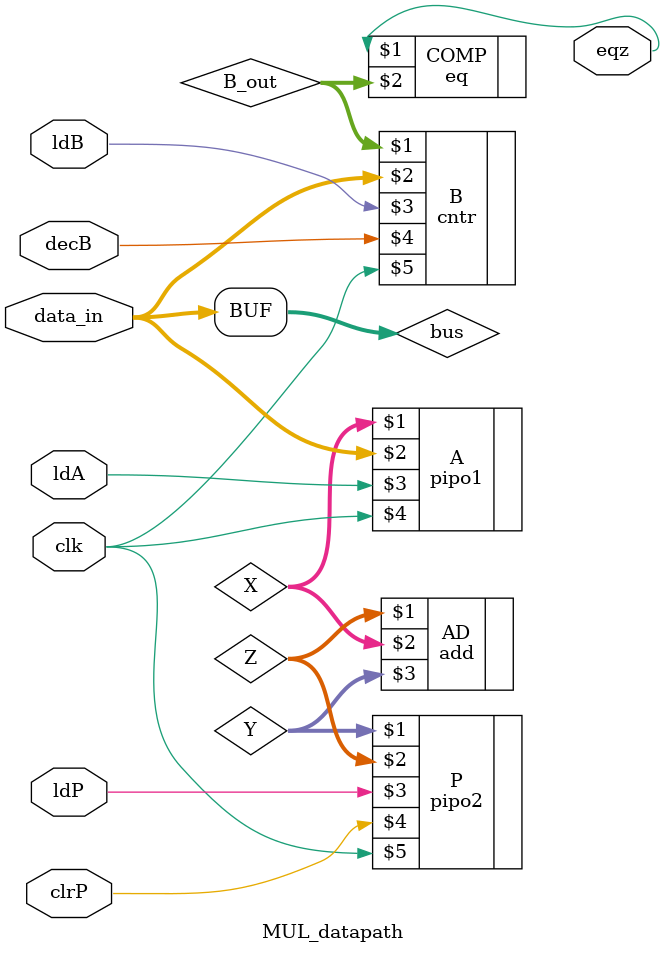
<source format=v>
module MUL_datapath (eqz, ldA, ldB, ldP, clrP, decB, data_in, clk);

    input ldA, ldB, ldP, clrP, decB, clk;
    input [15 : 0] data_in;
    output eqz;

    wire [15 : 0] X, Y, Z, bus, B_out;

    assign bus = data_in;

    pipo1 A (X, bus, ldA, clk);
    pipo2 P (Y, Z, ldP, clrP, clk);
    cntr B (B_out, bus, ldB, decB, clk);
    add AD(Z, X, Y);
    eq COMP(eqz, B_out);
endmodule

</source>
